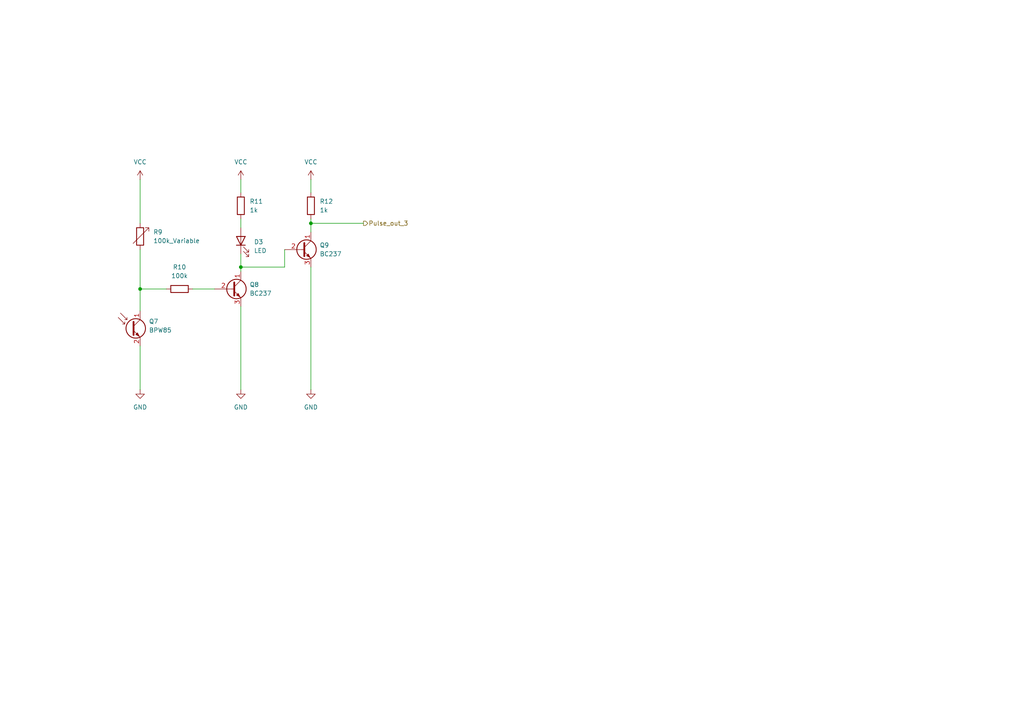
<source format=kicad_sch>
(kicad_sch (version 20231120) (generator "eeschema") (generator_version "8.0")
  (paper "A4")
  (lib_symbols
    (symbol "Device:LED" (pin_numbers hide) (pin_names (offset 1.016) hide)
      (property "Reference" "D" (at 0 2.54 0))
      (property "Value" "LED" (at 0 -2.54 0))
      (symbol "LED_0_1"
        (polyline (pts (xy -1.27 -1.27) (xy -1.27 1.27)) (stroke (width 0.254)))
        (polyline (pts (xy -1.27 0) (xy 1.27 0)))
        (polyline (pts (xy 1.27 -1.27) (xy 1.27 1.27) (xy -1.27 0) (xy 1.27 -1.27)) (stroke (width 0.254)))
        (polyline (pts (xy -3.048 -0.762) (xy -4.572 -2.286) (xy -3.81 -2.286) (xy -4.572 -2.286) (xy -4.572 -1.524)))
        (polyline (pts (xy -1.778 -0.762) (xy -3.302 -2.286) (xy -2.54 -2.286) (xy -3.302 -2.286) (xy -3.302 -1.524)))
      )
      (symbol "LED_1_1"
        (pin passive line (at -3.81 0 0) (length 2.54) (name "K") (number "1"))
        (pin passive line (at 3.81 0 180) (length 2.54) (name "A") (number "2"))
      )
    )
    (symbol "Device:R" (pin_numbers hide) (pin_names (offset 0))
      (property "Reference" "R" (at 2.032 0 90))
      (property "Value" "R" (at 0 0 90))
      (symbol "R_0_1"
        (rectangle (start -1.016 -2.54) (end 1.016 2.54) (stroke (width 0.254)))
      )
      (symbol "R_1_1"
        (pin passive line (at 0 3.81 270) (length 1.27) (name "~") (number "1"))
        (pin passive line (at 0 -3.81 90) (length 1.27) (name "~") (number "2"))
      )
    )
    (symbol "Device:R_Variable" (pin_numbers hide) (pin_names (offset 0))
      (property "Reference" "R" (at 2.54 -2.54 90))
      (property "Value" "R_Variable" (at -2.54 -1.27 90))
      (symbol "R_Variable_0_1"
        (rectangle (start -1.016 -2.54) (end 1.016 2.54) (stroke (width 0.254)))
        (polyline (pts (xy 2.54 1.524) (xy 2.54 2.54) (xy 1.524 2.54) (xy 2.54 2.54) (xy -2.032 -2.032)))
      )
      (symbol "R_Variable_1_1"
        (pin passive line (at 0 3.81 270) (length 1.27) (name "~") (number "1"))
        (pin passive line (at 0 -3.81 90) (length 1.27) (name "~") (number "2"))
      )
    )
    (symbol "Sensor_Optical:BPW85" (pin_names (offset 0) hide)
      (property "Reference" "Q" (at 5.08 1.27 0))
      (property "Value" "BPW85" (at 5.08 -1.27 0))
      (symbol "BPW85_0_1"
        (polyline (pts (xy -1.905 1.27) (xy -2.54 1.27)))
        (polyline (pts (xy -1.27 2.54) (xy -1.905 2.54)))
        (polyline (pts (xy 0.635 0.635) (xy 2.54 2.54)))
        (polyline (pts (xy -3.81 3.175) (xy -1.905 1.27) (xy -1.905 1.905)))
        (polyline (pts (xy -3.175 4.445) (xy -1.27 2.54) (xy -1.27 3.175)))
        (polyline (pts (xy 0.635 -0.635) (xy 2.54 -2.54) (xy 2.54 -2.54)))
        (polyline (pts (xy 0.635 1.905) (xy 0.635 -1.905) (xy 0.635 -1.905)) (stroke (width 0.508)))
        (polyline (pts (xy 1.27 -1.778) (xy 1.778 -1.27) (xy 2.286 -2.286) (xy 1.27 -1.778) (xy 1.27 -1.778)) (fill (type outline)))
        (circle (center 1.27 0) (radius 2.8194) (stroke (width 0.254)))
      )
      (symbol "BPW85_1_1"
        (pin passive line (at 2.54 5.08 270) (length 2.54) (name "C") (number "1"))
        (pin passive line (at 2.54 -5.08 90) (length 2.54) (name "E") (number "2"))
      )
    )
    (symbol "Transistor_BJT:BC237" (pin_names (offset 0) hide)
      (property "Reference" "Q" (at 5.08 1.905 0))
      (property "Value" "BC237" (at 5.08 0 0))
      (symbol "BC237_0_1"
        (polyline (pts (xy 0 0) (xy 0.635 0)))
        (polyline (pts (xy 0.635 0.635) (xy 2.54 2.54)))
        (polyline (pts (xy 0.635 -0.635) (xy 2.54 -2.54) (xy 2.54 -2.54)))
        (polyline (pts (xy 0.635 1.905) (xy 0.635 -1.905) (xy 0.635 -1.905)) (stroke (width 0.508)))
        (polyline (pts (xy 1.27 -1.778) (xy 1.778 -1.27) (xy 2.286 -2.286) (xy 1.27 -1.778) (xy 1.27 -1.778)) (fill (type outline)))
        (circle (center 1.27 0) (radius 2.8194) (stroke (width 0.254)))
      )
      (symbol "BC237_1_1"
        (pin passive line (at 2.54 5.08 270) (length 2.54) (name "C") (number "1"))
        (pin input line (at -5.08 0 0) (length 5.08) (name "B") (number "2"))
        (pin passive line (at 2.54 -5.08 90) (length 2.54) (name "E") (number "3"))
      )
    )
    (symbol "power:GND" (power) (pin_numbers hide) (pin_names (offset 0) hide)
      (property "Value" "GND" (at 0 -3.81 0))
      (symbol "GND_0_1"
        (polyline (pts (xy 0 0) (xy 0 -1.27) (xy 1.27 -1.27) (xy 0 -2.54) (xy -1.27 -1.27) (xy 0 -1.27)))
      )
      (symbol "GND_1_1"
        (pin power_in line (at 0 0 270) (length 0) (name "~") (number "1"))
      )
    )
    (symbol "power:VCC" (power) (pin_numbers hide) (pin_names (offset 0) hide)
      (property "Value" "VCC" (at 0 3.556 0))
      (symbol "VCC_0_1"
        (polyline (pts (xy -0.762 1.27) (xy 0 2.54)))
        (polyline (pts (xy 0 0) (xy 0 2.54)))
        (polyline (pts (xy 0 2.54) (xy 0.762 1.27)))
      )
      (symbol "VCC_1_1"
        (pin power_in line (at 0 0 90) (length 0) (name "~") (number "1"))
      )
    )
  )
  (junction (at 69.85 77.47))
  (junction (at 90.17 64.77))
  (junction (at 40.64 83.82))
  (wire (pts (xy 40.64 52.07) (xy 40.64 64.77)))
  (wire (pts (xy 55.88 83.82) (xy 62.23 83.82)))
  (wire (pts (xy 90.17 52.07) (xy 90.17 55.88)))
  (wire (pts (xy 69.85 73.66) (xy 69.85 77.47)))
  (wire (pts (xy 69.85 77.47) (xy 69.85 78.74)))
  (wire (pts (xy 40.64 72.39) (xy 40.64 83.82)))
  (wire (pts (xy 69.85 77.47) (xy 82.55 77.47)))
  (wire (pts (xy 82.55 77.47) (xy 82.55 72.39)))
  (wire (pts (xy 90.17 77.47) (xy 90.17 113.03)))
  (wire (pts (xy 69.85 88.9) (xy 69.85 113.03)))
  (wire (pts (xy 40.64 100.33) (xy 40.64 113.03)))
  (wire (pts (xy 40.64 83.82) (xy 48.26 83.82)))
  (wire (pts (xy 40.64 83.82) (xy 40.64 90.17)))
  (wire (pts (xy 90.17 64.77) (xy 90.17 67.31)))
  (wire (pts (xy 90.17 64.77) (xy 105.41 64.77)))
  (wire (pts (xy 69.85 52.07) (xy 69.85 55.88)))
  (wire (pts (xy 69.85 63.5) (xy 69.85 66.04)))
  (wire (pts (xy 90.17 63.5) (xy 90.17 64.77)))
  (hierarchical_label "Pulse_out_3" (shape output) (at 105.41 64.77 0))
  (symbol (lib_id "power:GND") (at 40.64 113.03 0) (unit 1)
    (property "Reference" "#PWR013" (effects (hide yes)))
    (property "Value" "GND" (at 40.64 118.11 0))
    (property "Description" "Power symbol creates a global label with name \"GND\" , ground" (effects (hide yes)))
  )
  (symbol (lib_id "power:VCC") (at 40.64 52.07 0) (unit 1)
    (property "Reference" "#PWR06" (effects (hide yes)))
    (property "Value" "VCC" (at 40.64 46.99 0))
    (property "Description" "Power symbol creates a global label with name \"VCC\"" (effects (hide yes)))
  )
  (symbol (lib_id "power:VCC") (at 90.17 52.07 0) (unit 1)
    (property "Reference" "#PWR023" (effects (hide yes)))
    (property "Value" "VCC" (at 90.17 46.99 0))
    (property "Description" "Power symbol creates a global label with name \"VCC\"" (effects (hide yes)))
  )
  (symbol (lib_id "Device:R") (at 90.17 59.69 180) (unit 1)
    (property "Reference" "R12" (at 92.71 58.4199 0) (effects (justify right)))
    (property "Value" "1k" (at 92.71 60.9599 0) (effects (justify right)))
    (property "Footprint" "Resistor_THT:R_Axial_DIN0207_L6.3mm_D2.5mm_P7.62mm_Horizontal" (effects (hide yes)))
    (property "Description" "Resistor" (effects (hide yes)))
  )
  (symbol (lib_id "Transistor_BJT:BC237") (at 87.63 72.39 0) (unit 1)
    (property "Reference" "Q9" (at 92.71 71.1199 0) (effects (justify left)))
    (property "Value" "BC237" (at 92.71 73.6599 0) (effects (justify left)))
    (property "Footprint" "Package_TO_SOT_THT:TO-92_Inline" (effects (hide yes)))
    (property "Datasheet" "http://www.onsemi.com/pub_link/Collateral/BC237-D.PDF" (effects (hide yes)))
    (property "Description" "100mA Ic, 50V Vce, Epitaxial Silicon NPN Transistor, TO-92" (effects (hide yes)))
  )
  (symbol (lib_id "Device:R") (at 52.07 83.82 90) (unit 1)
    (property "Reference" "R10" (at 52.07 77.47 90))
    (property "Value" "100k" (at 52.07 80.01 90))
    (property "Footprint" "Resistor_THT:R_Axial_DIN0207_L6.3mm_D2.5mm_P7.62mm_Horizontal" (effects (hide yes)))
    (property "Description" "Resistor" (effects (hide yes)))
  )
  (symbol (lib_id "Device:LED") (at 69.85 69.85 90) (unit 1)
    (property "Reference" "D3" (at 73.66 70.1674 90) (effects (justify right)))
    (property "Value" "LED" (at 73.66 72.7074 90) (effects (justify right)))
    (property "Footprint" "LED_THT:LED_D5.0mm" (effects (hide yes)))
    (property "Description" "Light emitting diode" (effects (hide yes)))
  )
  (symbol (lib_id "Device:R") (at 69.85 59.69 180) (unit 1)
    (property "Reference" "R11" (at 72.39 58.4199 0) (effects (justify right)))
    (property "Value" "1k" (at 72.39 60.9599 0) (effects (justify right)))
    (property "Footprint" "Resistor_THT:R_Axial_DIN0207_L6.3mm_D2.5mm_P7.62mm_Horizontal" (effects (hide yes)))
    (property "Description" "Resistor" (effects (hide yes)))
  )
  (symbol (lib_id "Transistor_BJT:BC237") (at 67.31 83.82 0) (unit 1)
    (property "Reference" "Q8" (at 72.39 82.5499 0) (effects (justify left)))
    (property "Value" "BC237" (at 72.39 85.0899 0) (effects (justify left)))
    (property "Footprint" "Package_TO_SOT_THT:TO-92_Inline" (effects (hide yes)))
    (property "Datasheet" "http://www.onsemi.com/pub_link/Collateral/BC237-D.PDF" (effects (hide yes)))
    (property "Description" "100mA Ic, 50V Vce, Epitaxial Silicon NPN Transistor, TO-92" (effects (hide yes)))
  )
  (symbol (lib_id "power:GND") (at 90.17 113.03 0) (unit 1)
    (property "Reference" "#PWR024" (effects (hide yes)))
    (property "Value" "GND" (at 90.17 118.11 0))
    (property "Description" "Power symbol creates a global label with name \"GND\" , ground" (effects (hide yes)))
  )
  (symbol (lib_id "power:GND") (at 69.85 113.03 0) (unit 1)
    (property "Reference" "#PWR022" (effects (hide yes)))
    (property "Value" "GND" (at 69.85 118.11 0))
    (property "Description" "Power symbol creates a global label with name \"GND\" , ground" (effects (hide yes)))
  )
  (symbol (lib_id "Device:R_Variable") (at 40.64 68.58 0) (unit 1)
    (property "Reference" "R9" (at 44.45 67.3099 0) (effects (justify left)))
    (property "Value" "100k_Variable" (at 44.45 69.8499 0) (effects (justify left)))
    (property "Footprint" "Potentiometer_THT:Potentiometer_Bourns_3386P_Vertical" (effects (hide yes)))
    (property "Description" "Variable resistor" (effects (hide yes)))
  )
  (symbol (lib_id "power:VCC") (at 69.85 52.07 0) (unit 1)
    (property "Reference" "#PWR014" (effects (hide yes)))
    (property "Value" "VCC" (at 69.85 46.99 0))
    (property "Description" "Power symbol creates a global label with name \"VCC\"" (effects (hide yes)))
  )
  (symbol (lib_id "Sensor_Optical:BPW85") (at 38.1 95.25 0) (unit 1)
    (property "Reference" "Q7" (at 43.18 93.2306 0) (effects (justify left)))
    (property "Value" "BPW85" (at 43.18 95.7706 0) (effects (justify left)))
    (property "Footprint" "LED_THT:LED_D3.0mm_Clear" (effects (hide yes)))
    (property "Datasheet" "https://www.vishay.com/docs/81531/bpw85a.pdf" (effects (hide yes)))
    (property "Description" "Silicon NPN Phototransistor, Ica = 0.8-8mA, T-1" (effects (hide yes)))
  )
)
</source>
